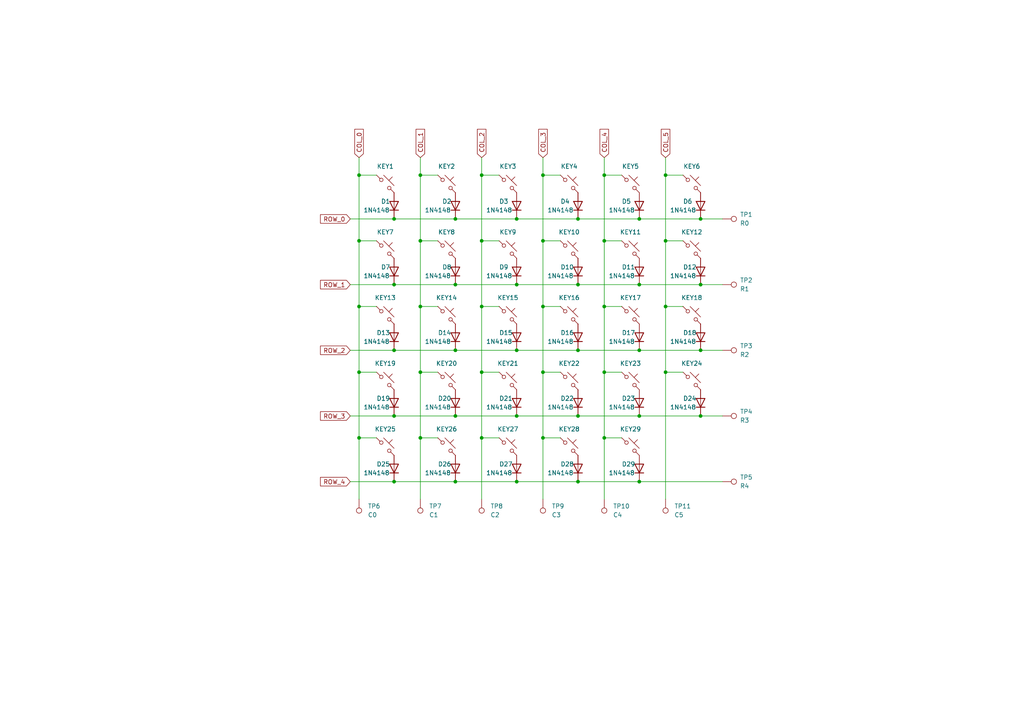
<source format=kicad_sch>
(kicad_sch (version 20250114) (generator "eeschema") (generator_version "9.0")
  (paper "A4")
  (lib_symbols
    (symbol "Connector:TestPoint" (pin_numbers (hide yes)) (pin_names (offset 0.762) (hide yes))
      (property "Reference" "TP" (at 0 6.858 0))
      (property "Value" "TestPoint" (at 0 5.08 0))
      (symbol "TestPoint_0_1"
        (circle (center 0 3.302) (radius 0.762))
      )
      (symbol "TestPoint_1_1"
        (pin passive line (at 0 0 90) (length 2.54) (name "1") (number "1"))
      )
    )
    (symbol "Diode:1N4148" (pin_numbers (hide yes)) (pin_names (offset 1.016) (hide yes))
      (property "Reference" "D" (at 0 2.54 0))
      (property "Value" "1N4148" (at 0 -2.54 0))
      (symbol "1N4148_0_1"
        (polyline (pts (xy -1.27 1.27) (xy -1.27 -1.27)) (stroke (width 0.254)))
        (polyline (pts (xy 1.27 1.27) (xy 1.27 -1.27) (xy -1.27 0) (xy 1.27 1.27)) (stroke (width 0.254)))
        (polyline (pts (xy 1.27 0) (xy -1.27 0)))
      )
      (symbol "1N4148_1_1"
        (pin passive line (at -3.81 0 0) (length 2.54) (name "K") (number "1"))
        (pin passive line (at 3.81 0 180) (length 2.54) (name "A") (number "2"))
      )
    )
    (symbol "Switch:SW_Push_45deg" (pin_numbers (hide yes)) (pin_names (offset 1.016) (hide yes))
      (property "Reference" "SW" (at 3.048 1.016 0))
      (property "Value" "SW_Push_45deg" (at 0 -3.81 0))
      (symbol "SW_Push_45deg_0_1"
        (polyline (pts (xy -2.54 2.54) (xy -1.524 1.524) (xy -1.524 1.524)))
        (circle (center -1.1684 1.1684) (radius 0.508))
        (polyline (pts (xy -0.508 2.54) (xy 2.54 -0.508)))
        (polyline (pts (xy 1.016 1.016) (xy 2.032 2.032)))
        (circle (center 1.143 -1.1938) (radius 0.508))
        (polyline (pts (xy 1.524 -1.524) (xy 2.54 -2.54) (xy 2.54 -2.54) (xy 2.54 -2.54)))
        (pin passive line (at -2.54 2.54 0) (length 0) (name "1") (number "1"))
        (pin passive line (at 2.54 -2.54 180) (length 0) (name "2") (number "2"))
      )
    )
  )
  (junction (at 175.26 69.85))
  (junction (at 121.92 88.9))
  (junction (at 149.86 63.5))
  (junction (at 104.14 50.8))
  (junction (at 132.08 120.65))
  (junction (at 149.86 82.55))
  (junction (at 132.08 101.6))
  (junction (at 132.08 63.5))
  (junction (at 149.86 101.6))
  (junction (at 175.26 50.8))
  (junction (at 104.14 69.85))
  (junction (at 121.92 127))
  (junction (at 132.08 82.55))
  (junction (at 114.3 120.65))
  (junction (at 203.2 120.65))
  (junction (at 193.04 88.9))
  (junction (at 185.42 82.55))
  (junction (at 185.42 101.6))
  (junction (at 167.64 139.7))
  (junction (at 193.04 107.95))
  (junction (at 167.64 63.5))
  (junction (at 114.3 101.6))
  (junction (at 132.08 139.7))
  (junction (at 167.64 120.65))
  (junction (at 157.48 107.95))
  (junction (at 121.92 50.8))
  (junction (at 175.26 107.95))
  (junction (at 139.7 50.8))
  (junction (at 167.64 101.6))
  (junction (at 203.2 82.55))
  (junction (at 193.04 50.8))
  (junction (at 139.7 69.85))
  (junction (at 114.3 139.7))
  (junction (at 175.26 127))
  (junction (at 185.42 139.7))
  (junction (at 104.14 88.9))
  (junction (at 149.86 139.7))
  (junction (at 139.7 127))
  (junction (at 157.48 88.9))
  (junction (at 203.2 63.5))
  (junction (at 139.7 88.9))
  (junction (at 104.14 127))
  (junction (at 149.86 120.65))
  (junction (at 114.3 63.5))
  (junction (at 157.48 69.85))
  (junction (at 104.14 107.95))
  (junction (at 185.42 63.5))
  (junction (at 203.2 101.6))
  (junction (at 121.92 69.85))
  (junction (at 114.3 82.55))
  (junction (at 167.64 82.55))
  (junction (at 121.92 107.95))
  (junction (at 185.42 120.65))
  (junction (at 175.26 88.9))
  (junction (at 157.48 50.8))
  (junction (at 193.04 69.85))
  (junction (at 157.48 127))
  (junction (at 139.7 107.95))
  (wire (pts (xy 104.14 88.9) (xy 104.14 107.95)))
  (wire (pts (xy 193.04 107.95) (xy 198.12 107.95)))
  (wire (pts (xy 121.92 88.9) (xy 127 88.9)))
  (wire (pts (xy 157.48 127) (xy 157.48 144.78)))
  (wire (pts (xy 209.55 101.6) (xy 203.2 101.6)))
  (wire (pts (xy 114.3 120.65) (xy 132.08 120.65)))
  (wire (pts (xy 139.7 127) (xy 144.78 127)))
  (wire (pts (xy 157.48 69.85) (xy 157.48 88.9)))
  (wire (pts (xy 157.48 69.85) (xy 162.56 69.85)))
  (wire (pts (xy 149.86 82.55) (xy 167.64 82.55)))
  (wire (pts (xy 121.92 127) (xy 127 127)))
  (wire (pts (xy 193.04 107.95) (xy 193.04 144.78)))
  (wire (pts (xy 185.42 63.5) (xy 203.2 63.5)))
  (wire (pts (xy 104.14 88.9) (xy 109.22 88.9)))
  (wire (pts (xy 139.7 107.95) (xy 144.78 107.95)))
  (wire (pts (xy 114.3 82.55) (xy 132.08 82.55)))
  (wire (pts (xy 139.7 45.72) (xy 139.7 50.8)))
  (wire (pts (xy 121.92 107.95) (xy 127 107.95)))
  (wire (pts (xy 157.48 50.8) (xy 162.56 50.8)))
  (wire (pts (xy 175.26 45.72) (xy 175.26 50.8)))
  (wire (pts (xy 157.48 88.9) (xy 157.48 107.95)))
  (wire (pts (xy 167.64 120.65) (xy 185.42 120.65)))
  (wire (pts (xy 193.04 69.85) (xy 193.04 88.9)))
  (wire (pts (xy 101.6 139.7) (xy 114.3 139.7)))
  (wire (pts (xy 175.26 88.9) (xy 180.34 88.9)))
  (wire (pts (xy 121.92 127) (xy 121.92 144.78)))
  (wire (pts (xy 101.6 82.55) (xy 114.3 82.55)))
  (wire (pts (xy 101.6 101.6) (xy 114.3 101.6)))
  (wire (pts (xy 193.04 69.85) (xy 198.12 69.85)))
  (wire (pts (xy 193.04 88.9) (xy 193.04 107.95)))
  (wire (pts (xy 185.42 82.55) (xy 203.2 82.55)))
  (wire (pts (xy 149.86 139.7) (xy 167.64 139.7)))
  (wire (pts (xy 175.26 127) (xy 180.34 127)))
  (wire (pts (xy 167.64 101.6) (xy 185.42 101.6)))
  (wire (pts (xy 132.08 120.65) (xy 149.86 120.65)))
  (wire (pts (xy 209.55 63.5) (xy 203.2 63.5)))
  (wire (pts (xy 114.3 63.5) (xy 132.08 63.5)))
  (wire (pts (xy 104.14 69.85) (xy 109.22 69.85)))
  (wire (pts (xy 157.48 107.95) (xy 162.56 107.95)))
  (wire (pts (xy 121.92 69.85) (xy 121.92 88.9)))
  (wire (pts (xy 104.14 107.95) (xy 109.22 107.95)))
  (wire (pts (xy 139.7 69.85) (xy 144.78 69.85)))
  (wire (pts (xy 139.7 50.8) (xy 139.7 69.85)))
  (wire (pts (xy 139.7 88.9) (xy 144.78 88.9)))
  (wire (pts (xy 121.92 45.72) (xy 121.92 50.8)))
  (wire (pts (xy 149.86 101.6) (xy 167.64 101.6)))
  (wire (pts (xy 104.14 50.8) (xy 104.14 69.85)))
  (wire (pts (xy 175.26 107.95) (xy 180.34 107.95)))
  (wire (pts (xy 175.26 88.9) (xy 175.26 107.95)))
  (wire (pts (xy 157.48 45.72) (xy 157.48 50.8)))
  (wire (pts (xy 175.26 107.95) (xy 175.26 127)))
  (wire (pts (xy 104.14 107.95) (xy 104.14 127)))
  (wire (pts (xy 139.7 69.85) (xy 139.7 88.9)))
  (wire (pts (xy 132.08 139.7) (xy 149.86 139.7)))
  (wire (pts (xy 157.48 50.8) (xy 157.48 69.85)))
  (wire (pts (xy 139.7 127) (xy 139.7 144.78)))
  (wire (pts (xy 104.14 45.72) (xy 104.14 50.8)))
  (wire (pts (xy 193.04 50.8) (xy 193.04 69.85)))
  (wire (pts (xy 185.42 120.65) (xy 203.2 120.65)))
  (wire (pts (xy 139.7 88.9) (xy 139.7 107.95)))
  (wire (pts (xy 149.86 63.5) (xy 167.64 63.5)))
  (wire (pts (xy 157.48 88.9) (xy 162.56 88.9)))
  (wire (pts (xy 157.48 107.95) (xy 157.48 127)))
  (wire (pts (xy 149.86 120.65) (xy 167.64 120.65)))
  (wire (pts (xy 132.08 82.55) (xy 149.86 82.55)))
  (wire (pts (xy 132.08 101.6) (xy 149.86 101.6)))
  (wire (pts (xy 175.26 50.8) (xy 175.26 69.85)))
  (wire (pts (xy 114.3 101.6) (xy 132.08 101.6)))
  (wire (pts (xy 121.92 69.85) (xy 127 69.85)))
  (wire (pts (xy 101.6 63.5) (xy 114.3 63.5)))
  (wire (pts (xy 167.64 63.5) (xy 185.42 63.5)))
  (wire (pts (xy 157.48 127) (xy 162.56 127)))
  (wire (pts (xy 167.64 82.55) (xy 185.42 82.55)))
  (wire (pts (xy 121.92 107.95) (xy 121.92 127)))
  (wire (pts (xy 175.26 69.85) (xy 175.26 88.9)))
  (wire (pts (xy 139.7 107.95) (xy 139.7 127)))
  (wire (pts (xy 185.42 139.7) (xy 209.55 139.7)))
  (wire (pts (xy 104.14 50.8) (xy 109.22 50.8)))
  (wire (pts (xy 193.04 88.9) (xy 198.12 88.9)))
  (wire (pts (xy 193.04 45.72) (xy 193.04 50.8)))
  (wire (pts (xy 209.55 82.55) (xy 203.2 82.55)))
  (wire (pts (xy 139.7 50.8) (xy 144.78 50.8)))
  (wire (pts (xy 175.26 69.85) (xy 180.34 69.85)))
  (wire (pts (xy 121.92 50.8) (xy 121.92 69.85)))
  (wire (pts (xy 175.26 50.8) (xy 180.34 50.8)))
  (wire (pts (xy 101.6 120.65) (xy 114.3 120.65)))
  (wire (pts (xy 167.64 139.7) (xy 185.42 139.7)))
  (wire (pts (xy 209.55 120.65) (xy 203.2 120.65)))
  (wire (pts (xy 193.04 50.8) (xy 198.12 50.8)))
  (wire (pts (xy 104.14 127) (xy 109.22 127)))
  (wire (pts (xy 175.26 127) (xy 175.26 144.78)))
  (wire (pts (xy 104.14 69.85) (xy 104.14 88.9)))
  (wire (pts (xy 114.3 139.7) (xy 132.08 139.7)))
  (wire (pts (xy 104.14 127) (xy 104.14 144.78)))
  (wire (pts (xy 121.92 88.9) (xy 121.92 107.95)))
  (wire (pts (xy 121.92 50.8) (xy 127 50.8)))
  (wire (pts (xy 185.42 101.6) (xy 203.2 101.6)))
  (wire (pts (xy 132.08 63.5) (xy 149.86 63.5)))
  (global_label "COL_0" (shape input) (at 104.14 45.72 90) (property "Intersheetrefs" "${INTERSHEET_REFS}" (effects (hide yes))))
  (global_label "ROW_4" (shape input) (at 101.6 139.7 180) (property "Intersheetrefs" "${INTERSHEET_REFS}" (effects (hide yes))))
  (global_label "ROW_3" (shape input) (at 101.6 120.65 180) (property "Intersheetrefs" "${INTERSHEET_REFS}" (effects (hide yes))))
  (global_label "ROW_2" (shape input) (at 101.6 101.6 180) (property "Intersheetrefs" "${INTERSHEET_REFS}" (effects (hide yes))))
  (global_label "COL_1" (shape input) (at 121.92 45.72 90) (property "Intersheetrefs" "${INTERSHEET_REFS}" (effects (hide yes))))
  (global_label "COL_2" (shape input) (at 139.7 45.72 90) (property "Intersheetrefs" "${INTERSHEET_REFS}" (effects (hide yes))))
  (global_label "COL_5" (shape input) (at 193.04 45.72 90) (property "Intersheetrefs" "${INTERSHEET_REFS}" (effects (hide yes))))
  (global_label "ROW_1" (shape input) (at 101.6 82.55 180) (property "Intersheetrefs" "${INTERSHEET_REFS}" (effects (hide yes))))
  (global_label "COL_3" (shape input) (at 157.48 45.72 90) (property "Intersheetrefs" "${INTERSHEET_REFS}" (effects (hide yes))))
  (global_label "ROW_0" (shape input) (at 101.6 63.5 180) (property "Intersheetrefs" "${INTERSHEET_REFS}" (effects (hide yes))))
  (global_label "COL_4" (shape input) (at 175.26 45.72 90) (property "Intersheetrefs" "${INTERSHEET_REFS}" (effects (hide yes))))
  (symbol (lib_id "Diode:1N4148") (at 167.64 59.69 90) (unit 1)
    (property "Reference" "D4" (at 162.56 58.42 90) (effects (justify right)))
    (property "Value" "1N4148" (at 158.75 60.96 90) (effects (justify right)))
    (property "Footprint" "Diode_SMD:D_SOD-123" (effects (hide yes)))
    (property "Datasheet" "https://assets.nexperia.com/documents/data-sheet/1N4148_1N4448.pdf" (effects (hide yes)))
    (property "MFR. Part #" "1N4148W" (effects (hide yes)))
    (property "JLCPCB Part #" "C81598" (effects (hide yes)))
  )
  (symbol (lib_id "Connector:TestPoint") (at 209.55 101.6 270) (unit 1) (in_bom no)
    (property "Reference" "TP3" (at 214.63 100.3299 90) (effects (justify left)))
    (property "Value" "R2" (at 214.63 102.8699 90) (effects (justify left)))
    (property "Footprint" "TestPoint:TestPoint_Pad_D1.5mm" (effects (hide yes)))
    (property "Description" "test point" (effects (hide yes)))
    (property "MFR. Part #" "--" (effects (hide yes)))
  )
  (symbol (lib_id "Connector:TestPoint") (at 209.55 63.5 270) (unit 1) (in_bom no)
    (property "Reference" "TP1" (at 214.63 62.2299 90) (effects (justify left)))
    (property "Value" "R0" (at 214.63 64.7699 90) (effects (justify left)))
    (property "Footprint" "TestPoint:TestPoint_Pad_D1.5mm" (effects (hide yes)))
    (property "Description" "test point" (effects (hide yes)))
    (property "MFR. Part #" "--" (effects (hide yes)))
  )
  (symbol (lib_id "Diode:1N4148") (at 167.64 116.84 90) (unit 1)
    (property "Reference" "D22" (at 162.56 115.57 90) (effects (justify right)))
    (property "Value" "1N4148" (at 158.75 118.11 90) (effects (justify right)))
    (property "Footprint" "Diode_SMD:D_SOD-123" (effects (hide yes)))
    (property "Datasheet" "https://assets.nexperia.com/documents/data-sheet/1N4148_1N4448.pdf" (effects (hide yes)))
    (property "MFR. Part #" "1N4148W" (effects (hide yes)))
    (property "JLCPCB Part #" "C81598" (effects (hide yes)))
  )
  (symbol (lib_id "Switch:SW_Push_45deg") (at 200.66 91.44 0) (unit 1)
    (property "Reference" "KEY18" (at 200.66 86.36 0))
    (property "Value" "SW_Push_45deg" (effects (hide yes)))
    (property "Footprint" "key-switches:SW_MX_Kailh_Choc_V1V2_HotSwap_Hybrid_double" (effects (hide yes)))
    (property "MFR. Part #" "--" (effects (hide yes)))
  )
  (symbol (lib_id "Diode:1N4148") (at 203.2 116.84 90) (unit 1)
    (property "Reference" "D24" (at 198.12 115.57 90) (effects (justify right)))
    (property "Value" "1N4148" (at 194.31 118.11 90) (effects (justify right)))
    (property "Footprint" "Diode_SMD:D_SOD-123" (effects (hide yes)))
    (property "Datasheet" "https://assets.nexperia.com/documents/data-sheet/1N4148_1N4448.pdf" (effects (hide yes)))
    (property "MFR. Part #" "1N4148W" (effects (hide yes)))
    (property "JLCPCB Part #" "C81598" (effects (hide yes)))
  )
  (symbol (lib_id "Switch:SW_Push_45deg") (at 111.76 129.54 0) (unit 1)
    (property "Reference" "KEY25" (at 111.76 124.46 0))
    (property "Value" "SW_Push_45deg" (effects (hide yes)))
    (property "Footprint" "key-switches:SW_MX_Kailh_Choc_V1V2_HotSwap_Hybrid_double" (effects (hide yes)))
    (property "MFR. Part #" "--" (effects (hide yes)))
  )
  (symbol (lib_id "Switch:SW_Push_45deg") (at 165.1 91.44 0) (unit 1)
    (property "Reference" "KEY16" (at 165.1 86.36 0))
    (property "Value" "SW_Push_45deg" (effects (hide yes)))
    (property "Footprint" "key-switches:SW_MX_Kailh_Choc_V1V2_HotSwap_Hybrid_double" (effects (hide yes)))
    (property "MFR. Part #" "--" (effects (hide yes)))
  )
  (symbol (lib_id "Connector:TestPoint") (at 157.48 144.78 180) (unit 1) (in_bom no)
    (property "Reference" "TP9" (at 160.02 146.8119 0) (effects (justify right)))
    (property "Value" "C3" (at 160.02 149.3519 0) (effects (justify right)))
    (property "Footprint" "TestPoint:TestPoint_Pad_D1.5mm" (effects (hide yes)))
    (property "Description" "test point" (effects (hide yes)))
    (property "MFR. Part #" "--" (effects (hide yes)))
  )
  (symbol (lib_id "Diode:1N4148") (at 149.86 97.79 90) (unit 1)
    (property "Reference" "D15" (at 144.78 96.52 90) (effects (justify right)))
    (property "Value" "1N4148" (at 140.97 99.06 90) (effects (justify right)))
    (property "Footprint" "Diode_SMD:D_SOD-123" (effects (hide yes)))
    (property "Datasheet" "https://assets.nexperia.com/documents/data-sheet/1N4148_1N4448.pdf" (effects (hide yes)))
    (property "MFR. Part #" "1N4148W" (effects (hide yes)))
    (property "JLCPCB Part #" "C81598" (effects (hide yes)))
  )
  (symbol (lib_id "Connector:TestPoint") (at 209.55 82.55 270) (unit 1) (in_bom no)
    (property "Reference" "TP2" (at 214.63 81.2799 90) (effects (justify left)))
    (property "Value" "R1" (at 214.63 83.8199 90) (effects (justify left)))
    (property "Footprint" "TestPoint:TestPoint_Pad_D1.5mm" (effects (hide yes)))
    (property "Description" "test point" (effects (hide yes)))
    (property "MFR. Part #" "--" (effects (hide yes)))
  )
  (symbol (lib_id "Switch:SW_Push_45deg") (at 182.88 110.49 0) (unit 1)
    (property "Reference" "KEY23" (at 182.88 105.41 0))
    (property "Value" "SW_Push_45deg" (effects (hide yes)))
    (property "Footprint" "key-switches:SW_MX_Kailh_Choc_V1V2_HotSwap_Hybrid_double" (effects (hide yes)))
    (property "MFR. Part #" "--" (effects (hide yes)))
  )
  (symbol (lib_id "Connector:TestPoint") (at 139.7 144.78 180) (unit 1) (in_bom no)
    (property "Reference" "TP8" (at 142.24 146.8119 0) (effects (justify right)))
    (property "Value" "C2" (at 142.24 149.3519 0) (effects (justify right)))
    (property "Footprint" "TestPoint:TestPoint_Pad_D1.5mm" (effects (hide yes)))
    (property "Description" "test point" (effects (hide yes)))
    (property "MFR. Part #" "--" (effects (hide yes)))
  )
  (symbol (lib_id "Diode:1N4148") (at 167.64 97.79 90) (unit 1)
    (property "Reference" "D16" (at 162.56 96.52 90) (effects (justify right)))
    (property "Value" "1N4148" (at 158.75 99.06 90) (effects (justify right)))
    (property "Footprint" "Diode_SMD:D_SOD-123" (effects (hide yes)))
    (property "Datasheet" "https://assets.nexperia.com/documents/data-sheet/1N4148_1N4448.pdf" (effects (hide yes)))
    (property "MFR. Part #" "1N4148W" (effects (hide yes)))
    (property "JLCPCB Part #" "C81598" (effects (hide yes)))
  )
  (symbol (lib_id "Switch:SW_Push_45deg") (at 147.32 110.49 0) (unit 1)
    (property "Reference" "KEY21" (at 147.32 105.41 0))
    (property "Value" "SW_Push_45deg" (effects (hide yes)))
    (property "Footprint" "key-switches:SW_MX_Kailh_Choc_V1V2_HotSwap_Hybrid_double" (effects (hide yes)))
    (property "MFR. Part #" "--" (effects (hide yes)))
  )
  (symbol (lib_id "Switch:SW_Push_45deg") (at 111.76 91.44 0) (unit 1)
    (property "Reference" "KEY13" (at 111.76 86.36 0))
    (property "Value" "SW_Push_45deg" (effects (hide yes)))
    (property "Footprint" "key-switches:SW_MX_Kailh_Choc_V1V2_HotSwap_Hybrid_double" (effects (hide yes)))
    (property "MFR. Part #" "--" (effects (hide yes)))
  )
  (symbol (lib_id "Diode:1N4148") (at 185.42 116.84 90) (unit 1)
    (property "Reference" "D23" (at 180.34 115.57 90) (effects (justify right)))
    (property "Value" "1N4148" (at 176.53 118.11 90) (effects (justify right)))
    (property "Footprint" "Diode_SMD:D_SOD-123" (effects (hide yes)))
    (property "Datasheet" "https://assets.nexperia.com/documents/data-sheet/1N4148_1N4448.pdf" (effects (hide yes)))
    (property "MFR. Part #" "1N4148W" (effects (hide yes)))
    (property "JLCPCB Part #" "C81598" (effects (hide yes)))
  )
  (symbol (lib_id "Diode:1N4148") (at 167.64 78.74 90) (unit 1)
    (property "Reference" "D10" (at 162.56 77.47 90) (effects (justify right)))
    (property "Value" "1N4148" (at 158.75 80.01 90) (effects (justify right)))
    (property "Footprint" "Diode_SMD:D_SOD-123" (effects (hide yes)))
    (property "Datasheet" "https://assets.nexperia.com/documents/data-sheet/1N4148_1N4448.pdf" (effects (hide yes)))
    (property "MFR. Part #" "1N4148W" (effects (hide yes)))
    (property "JLCPCB Part #" "C81598" (effects (hide yes)))
  )
  (symbol (lib_id "Switch:SW_Push_45deg") (at 147.32 129.54 0) (unit 1)
    (property "Reference" "KEY27" (at 147.32 124.46 0))
    (property "Value" "SW_Push_45deg" (effects (hide yes)))
    (property "Footprint" "key-switches:SW_MX_Kailh_Choc_V1V2_HotSwap_Hybrid_double" (effects (hide yes)))
    (property "MFR. Part #" "--" (effects (hide yes)))
  )
  (symbol (lib_id "Switch:SW_Push_45deg") (at 147.32 72.39 0) (unit 1)
    (property "Reference" "KEY9" (at 147.32 67.31 0))
    (property "Value" "SW_Push_45deg" (effects (hide yes)))
    (property "Footprint" "key-switches:SW_MX_Kailh_Choc_V1V2_HotSwap_Hybrid_double" (effects (hide yes)))
    (property "MFR. Part #" "--" (effects (hide yes)))
  )
  (symbol (lib_id "Connector:TestPoint") (at 104.14 144.78 180) (unit 1) (in_bom no)
    (property "Reference" "TP6" (at 106.68 146.8119 0) (effects (justify right)))
    (property "Value" "C0" (at 106.68 149.3519 0) (effects (justify right)))
    (property "Footprint" "TestPoint:TestPoint_Pad_D1.5mm" (effects (hide yes)))
    (property "Description" "test point" (effects (hide yes)))
    (property "MFR. Part #" "--" (effects (hide yes)))
  )
  (symbol (lib_id "Diode:1N4148") (at 149.86 59.69 90) (unit 1)
    (property "Reference" "D3" (at 144.78 58.42 90) (effects (justify right)))
    (property "Value" "1N4148" (at 140.97 60.96 90) (effects (justify right)))
    (property "Footprint" "Diode_SMD:D_SOD-123" (effects (hide yes)))
    (property "Datasheet" "https://assets.nexperia.com/documents/data-sheet/1N4148_1N4448.pdf" (effects (hide yes)))
    (property "MFR. Part #" "1N4148W" (effects (hide yes)))
    (property "JLCPCB Part #" "C81598" (effects (hide yes)))
  )
  (symbol (lib_id "Diode:1N4148") (at 114.3 135.89 90) (unit 1)
    (property "Reference" "D25" (at 109.22 134.62 90) (effects (justify right)))
    (property "Value" "1N4148" (at 105.41 137.16 90) (effects (justify right)))
    (property "Footprint" "Diode_SMD:D_SOD-123" (effects (hide yes)))
    (property "Datasheet" "https://assets.nexperia.com/documents/data-sheet/1N4148_1N4448.pdf" (effects (hide yes)))
    (property "MFR. Part #" "1N4148W" (effects (hide yes)))
    (property "JLCPCB Part #" "C81598" (effects (hide yes)))
  )
  (symbol (lib_id "Diode:1N4148") (at 203.2 59.69 90) (unit 1)
    (property "Reference" "D6" (at 198.12 58.42 90) (effects (justify right)))
    (property "Value" "1N4148" (at 194.31 60.96 90) (effects (justify right)))
    (property "Footprint" "Diode_SMD:D_SOD-123" (effects (hide yes)))
    (property "Datasheet" "https://assets.nexperia.com/documents/data-sheet/1N4148_1N4448.pdf" (effects (hide yes)))
    (property "MFR. Part #" "1N4148W" (effects (hide yes)))
    (property "JLCPCB Part #" "C81598" (effects (hide yes)))
  )
  (symbol (lib_id "Switch:SW_Push_45deg") (at 111.76 110.49 0) (unit 1)
    (property "Reference" "KEY19" (at 111.76 105.41 0))
    (property "Value" "SW_Push_45deg" (effects (hide yes)))
    (property "Footprint" "key-switches:SW_MX_Kailh_Choc_V1V2_HotSwap_Hybrid_double" (effects (hide yes)))
    (property "MFR. Part #" "--" (effects (hide yes)))
  )
  (symbol (lib_id "Diode:1N4148") (at 185.42 59.69 90) (unit 1)
    (property "Reference" "D5" (at 180.34 58.42 90) (effects (justify right)))
    (property "Value" "1N4148" (at 176.53 60.96 90) (effects (justify right)))
    (property "Footprint" "Diode_SMD:D_SOD-123" (effects (hide yes)))
    (property "Datasheet" "https://assets.nexperia.com/documents/data-sheet/1N4148_1N4448.pdf" (effects (hide yes)))
    (property "MFR. Part #" "1N4148W" (effects (hide yes)))
    (property "JLCPCB Part #" "C81598" (effects (hide yes)))
  )
  (symbol (lib_id "Switch:SW_Push_45deg") (at 165.1 110.49 0) (unit 1)
    (property "Reference" "KEY22" (at 165.1 105.41 0))
    (property "Value" "SW_Push_45deg" (effects (hide yes)))
    (property "Footprint" "key-switches:SW_MX_Kailh_Choc_V1V2_HotSwap_Hybrid_double" (effects (hide yes)))
    (property "MFR. Part #" "--" (effects (hide yes)))
  )
  (symbol (lib_id "Diode:1N4148") (at 114.3 97.79 90) (unit 1)
    (property "Reference" "D13" (at 109.22 96.52 90) (effects (justify right)))
    (property "Value" "1N4148" (at 105.41 99.06 90) (effects (justify right)))
    (property "Footprint" "Diode_SMD:D_SOD-123" (effects (hide yes)))
    (property "Datasheet" "https://assets.nexperia.com/documents/data-sheet/1N4148_1N4448.pdf" (effects (hide yes)))
    (property "MFR. Part #" "1N4148W" (effects (hide yes)))
    (property "JLCPCB Part #" "C81598" (effects (hide yes)))
  )
  (symbol (lib_id "Switch:SW_Push_45deg") (at 147.32 53.34 0) (unit 1)
    (property "Reference" "KEY3" (at 147.32 48.26 0))
    (property "Value" "SW_Push_45deg" (effects (hide yes)))
    (property "Footprint" "key-switches:SW_MX_Kailh_Choc_V1V2_HotSwap_Hybrid_double" (effects (hide yes)))
    (property "MFR. Part #" "--" (effects (hide yes)))
  )
  (symbol (lib_id "Diode:1N4148") (at 114.3 78.74 90) (unit 1)
    (property "Reference" "D7" (at 110.49 77.47 90) (effects (justify right)))
    (property "Value" "1N4148" (at 105.41 80.01 90) (effects (justify right)))
    (property "Footprint" "Diode_SMD:D_SOD-123" (effects (hide yes)))
    (property "Datasheet" "https://assets.nexperia.com/documents/data-sheet/1N4148_1N4448.pdf" (effects (hide yes)))
    (property "MFR. Part #" "1N4148W" (effects (hide yes)))
    (property "JLCPCB Part #" "C81598" (effects (hide yes)))
  )
  (symbol (lib_id "Diode:1N4148") (at 149.86 135.89 90) (unit 1)
    (property "Reference" "D27" (at 144.78 134.62 90) (effects (justify right)))
    (property "Value" "1N4148" (at 140.97 137.16 90) (effects (justify right)))
    (property "Footprint" "Diode_SMD:D_SOD-123" (effects (hide yes)))
    (property "Datasheet" "https://assets.nexperia.com/documents/data-sheet/1N4148_1N4448.pdf" (effects (hide yes)))
    (property "MFR. Part #" "1N4148W" (effects (hide yes)))
    (property "JLCPCB Part #" "C81598" (effects (hide yes)))
  )
  (symbol (lib_id "Switch:SW_Push_45deg") (at 182.88 129.54 0) (unit 1)
    (property "Reference" "KEY29" (at 182.88 124.46 0))
    (property "Value" "SW_Push_45deg" (effects (hide yes)))
    (property "Footprint" "key-switches:SW_MX_Kailh_Choc_V1V2_HotSwap_Hybrid_double" (effects (hide yes)))
    (property "MFR. Part #" "--" (effects (hide yes)))
  )
  (symbol (lib_id "Switch:SW_Push_45deg") (at 182.88 72.39 0) (unit 1)
    (property "Reference" "KEY11" (at 182.88 67.31 0))
    (property "Value" "SW_Push_45deg" (effects (hide yes)))
    (property "Footprint" "key-switches:SW_MX_Kailh_Choc_V1V2_HotSwap_Hybrid_double" (effects (hide yes)))
    (property "MFR. Part #" "--" (effects (hide yes)))
  )
  (symbol (lib_id "Diode:1N4148") (at 132.08 59.69 90) (unit 1)
    (property "Reference" "D2" (at 128.27 58.42 90) (effects (justify right)))
    (property "Value" "1N4148" (at 123.19 60.96 90) (effects (justify right)))
    (property "Footprint" "Diode_SMD:D_SOD-123" (effects (hide yes)))
    (property "Datasheet" "https://assets.nexperia.com/documents/data-sheet/1N4148_1N4448.pdf" (effects (hide yes)))
    (property "MFR. Part #" "1N4148W" (effects (hide yes)))
    (property "JLCPCB Part #" "C81598" (effects (hide yes)))
  )
  (symbol (lib_id "Switch:SW_Push_45deg") (at 147.32 91.44 0) (unit 1)
    (property "Reference" "KEY15" (at 147.32 86.36 0))
    (property "Value" "SW_Push_45deg" (effects (hide yes)))
    (property "Footprint" "key-switches:SW_MX_Kailh_Choc_V1V2_HotSwap_Hybrid_double" (effects (hide yes)))
    (property "MFR. Part #" "--" (effects (hide yes)))
  )
  (symbol (lib_id "Diode:1N4148") (at 203.2 97.79 90) (unit 1)
    (property "Reference" "D18" (at 198.12 96.52 90) (effects (justify right)))
    (property "Value" "1N4148" (at 194.31 99.06 90) (effects (justify right)))
    (property "Footprint" "Diode_SMD:D_SOD-123" (effects (hide yes)))
    (property "Datasheet" "https://assets.nexperia.com/documents/data-sheet/1N4148_1N4448.pdf" (effects (hide yes)))
    (property "MFR. Part #" "1N4148W" (effects (hide yes)))
    (property "JLCPCB Part #" "C81598" (effects (hide yes)))
  )
  (symbol (lib_id "Diode:1N4148") (at 132.08 97.79 90) (unit 1)
    (property "Reference" "D14" (at 127 96.52 90) (effects (justify right)))
    (property "Value" "1N4148" (at 123.19 99.06 90) (effects (justify right)))
    (property "Footprint" "Diode_SMD:D_SOD-123" (effects (hide yes)))
    (property "Datasheet" "https://assets.nexperia.com/documents/data-sheet/1N4148_1N4448.pdf" (effects (hide yes)))
    (property "MFR. Part #" "1N4148W" (effects (hide yes)))
    (property "JLCPCB Part #" "C81598" (effects (hide yes)))
  )
  (symbol (lib_id "Switch:SW_Push_45deg") (at 111.76 72.39 0) (unit 1)
    (property "Reference" "KEY7" (at 111.76 67.31 0))
    (property "Value" "SW_Push_45deg" (effects (hide yes)))
    (property "Footprint" "key-switches:SW_MX_Kailh_Choc_V1V2_HotSwap_Hybrid_double" (effects (hide yes)))
    (property "MFR. Part #" "--" (effects (hide yes)))
  )
  (symbol (lib_id "Connector:TestPoint") (at 209.55 139.7 270) (unit 1) (in_bom no)
    (property "Reference" "TP5" (at 214.63 138.4299 90) (effects (justify left)))
    (property "Value" "R4" (at 214.63 140.9699 90) (effects (justify left)))
    (property "Footprint" "TestPoint:TestPoint_Pad_D1.5mm" (effects (hide yes)))
    (property "Description" "test point" (effects (hide yes)))
    (property "MFR. Part #" "--" (effects (hide yes)))
  )
  (symbol (lib_id "Switch:SW_Push_45deg") (at 165.1 53.34 0) (unit 1)
    (property "Reference" "KEY4" (at 165.1 48.26 0))
    (property "Value" "SW_Push_45deg" (effects (hide yes)))
    (property "Footprint" "key-switches:SW_MX_Kailh_Choc_V1V2_HotSwap_Hybrid_double" (effects (hide yes)))
    (property "MFR. Part #" "--" (effects (hide yes)))
  )
  (symbol (lib_id "Diode:1N4148") (at 167.64 135.89 90) (unit 1)
    (property "Reference" "D28" (at 162.56 134.62 90) (effects (justify right)))
    (property "Value" "1N4148" (at 158.75 137.16 90) (effects (justify right)))
    (property "Footprint" "Diode_SMD:D_SOD-123" (effects (hide yes)))
    (property "Datasheet" "https://assets.nexperia.com/documents/data-sheet/1N4148_1N4448.pdf" (effects (hide yes)))
    (property "MFR. Part #" "1N4148W" (effects (hide yes)))
    (property "JLCPCB Part #" "C81598" (effects (hide yes)))
  )
  (symbol (lib_id "Diode:1N4148") (at 132.08 78.74 90) (unit 1)
    (property "Reference" "D8" (at 128.27 77.47 90) (effects (justify right)))
    (property "Value" "1N4148" (at 123.19 80.01 90) (effects (justify right)))
    (property "Footprint" "Diode_SMD:D_SOD-123" (effects (hide yes)))
    (property "Datasheet" "https://assets.nexperia.com/documents/data-sheet/1N4148_1N4448.pdf" (effects (hide yes)))
    (property "MFR. Part #" "1N4148W" (effects (hide yes)))
    (property "JLCPCB Part #" "C81598" (effects (hide yes)))
  )
  (symbol (lib_id "Switch:SW_Push_45deg") (at 129.54 91.44 0) (unit 1)
    (property "Reference" "KEY14" (at 129.54 86.36 0))
    (property "Value" "SW_Push_45deg" (effects (hide yes)))
    (property "Footprint" "key-switches:SW_MX_Kailh_Choc_V1V2_HotSwap_Hybrid_double" (effects (hide yes)))
    (property "MFR. Part #" "--" (effects (hide yes)))
  )
  (symbol (lib_id "Switch:SW_Push_45deg") (at 200.66 110.49 0) (unit 1)
    (property "Reference" "KEY24" (at 200.66 105.41 0))
    (property "Value" "SW_Push_45deg" (effects (hide yes)))
    (property "Footprint" "key-switches:SW_MX_Kailh_Choc_V1V2_HotSwap_Hybrid_double" (effects (hide yes)))
    (property "MFR. Part #" "--" (effects (hide yes)))
  )
  (symbol (lib_id "Switch:SW_Push_45deg") (at 200.66 72.39 0) (unit 1)
    (property "Reference" "KEY12" (at 200.66 67.31 0))
    (property "Value" "SW_Push_45deg" (effects (hide yes)))
    (property "Footprint" "key-switches:SW_MX_Kailh_Choc_V1V2_HotSwap_Hybrid_double" (effects (hide yes)))
    (property "MFR. Part #" "--" (effects (hide yes)))
  )
  (symbol (lib_id "Switch:SW_Push_45deg") (at 111.76 53.34 0) (unit 1)
    (property "Reference" "KEY1" (at 111.76 48.26 0))
    (property "Value" "SW_Push_45deg" (effects (hide yes)))
    (property "Footprint" "key-switches:SW_MX_Kailh_Choc_V1V2_HotSwap_Hybrid_double" (effects (hide yes)))
    (property "MFR. Part #" "--" (effects (hide yes)))
  )
  (symbol (lib_id "Connector:TestPoint") (at 175.26 144.78 180) (unit 1) (in_bom no)
    (property "Reference" "TP10" (at 177.8 146.8119 0) (effects (justify right)))
    (property "Value" "C4" (at 177.8 149.3519 0) (effects (justify right)))
    (property "Footprint" "TestPoint:TestPoint_Pad_D1.5mm" (effects (hide yes)))
    (property "Description" "test point" (effects (hide yes)))
    (property "MFR. Part #" "--" (effects (hide yes)))
  )
  (symbol (lib_id "Connector:TestPoint") (at 193.04 144.78 180) (unit 1) (in_bom no)
    (property "Reference" "TP11" (at 195.58 146.8119 0) (effects (justify right)))
    (property "Value" "C5" (at 195.58 149.3519 0) (effects (justify right)))
    (property "Footprint" "TestPoint:TestPoint_Pad_D1.5mm" (effects (hide yes)))
    (property "Description" "test point" (effects (hide yes)))
    (property "MFR. Part #" "--" (effects (hide yes)))
  )
  (symbol (lib_id "Diode:1N4148") (at 149.86 78.74 90) (unit 1)
    (property "Reference" "D9" (at 144.78 77.47 90) (effects (justify right)))
    (property "Value" "1N4148" (at 140.97 80.01 90) (effects (justify right)))
    (property "Footprint" "Diode_SMD:D_SOD-123" (effects (hide yes)))
    (property "Datasheet" "https://assets.nexperia.com/documents/data-sheet/1N4148_1N4448.pdf" (effects (hide yes)))
    (property "MFR. Part #" "1N4148W" (effects (hide yes)))
    (property "JLCPCB Part #" "C81598" (effects (hide yes)))
  )
  (symbol (lib_id "Connector:TestPoint") (at 209.55 120.65 270) (unit 1) (in_bom no)
    (property "Reference" "TP4" (at 214.63 119.3799 90) (effects (justify left)))
    (property "Value" "R3" (at 214.63 121.9199 90) (effects (justify left)))
    (property "Footprint" "TestPoint:TestPoint_Pad_D1.5mm" (effects (hide yes)))
    (property "Description" "test point" (effects (hide yes)))
    (property "MFR. Part #" "--" (effects (hide yes)))
  )
  (symbol (lib_id "Diode:1N4148") (at 203.2 78.74 90) (unit 1)
    (property "Reference" "D12" (at 198.12 77.47 90) (effects (justify right)))
    (property "Value" "1N4148" (at 194.31 80.01 90) (effects (justify right)))
    (property "Footprint" "Diode_SMD:D_SOD-123" (effects (hide yes)))
    (property "Datasheet" "https://assets.nexperia.com/documents/data-sheet/1N4148_1N4448.pdf" (effects (hide yes)))
    (property "MFR. Part #" "1N4148W" (effects (hide yes)))
    (property "JLCPCB Part #" "C81598" (effects (hide yes)))
  )
  (symbol (lib_id "Connector:TestPoint") (at 121.92 144.78 180) (unit 1) (in_bom no)
    (property "Reference" "TP7" (at 124.46 146.8119 0) (effects (justify right)))
    (property "Value" "C1" (at 124.46 149.3519 0) (effects (justify right)))
    (property "Footprint" "TestPoint:TestPoint_Pad_D1.5mm" (effects (hide yes)))
    (property "Description" "test point" (effects (hide yes)))
    (property "MFR. Part #" "--" (effects (hide yes)))
  )
  (symbol (lib_id "Diode:1N4148") (at 185.42 135.89 90) (unit 1)
    (property "Reference" "D29" (at 180.34 134.62 90) (effects (justify right)))
    (property "Value" "1N4148" (at 176.53 137.16 90) (effects (justify right)))
    (property "Footprint" "Diode_SMD:D_SOD-123" (effects (hide yes)))
    (property "Datasheet" "https://assets.nexperia.com/documents/data-sheet/1N4148_1N4448.pdf" (effects (hide yes)))
    (property "MFR. Part #" "1N4148W" (effects (hide yes)))
    (property "JLCPCB Part #" "C81598" (effects (hide yes)))
  )
  (symbol (lib_id "Diode:1N4148") (at 185.42 97.79 90) (unit 1)
    (property "Reference" "D17" (at 180.34 96.52 90) (effects (justify right)))
    (property "Value" "1N4148" (at 176.53 99.06 90) (effects (justify right)))
    (property "Footprint" "Diode_SMD:D_SOD-123" (effects (hide yes)))
    (property "Datasheet" "https://assets.nexperia.com/documents/data-sheet/1N4148_1N4448.pdf" (effects (hide yes)))
    (property "MFR. Part #" "1N4148W" (effects (hide yes)))
    (property "JLCPCB Part #" "C81598" (effects (hide yes)))
  )
  (symbol (lib_id "Switch:SW_Push_45deg") (at 165.1 72.39 0) (unit 1)
    (property "Reference" "KEY10" (at 165.1 67.31 0))
    (property "Value" "SW_Push_45deg" (effects (hide yes)))
    (property "Footprint" "key-switches:SW_MX_Kailh_Choc_V1V2_HotSwap_Hybrid_double" (effects (hide yes)))
    (property "MFR. Part #" "--" (effects (hide yes)))
  )
  (symbol (lib_id "Switch:SW_Push_45deg") (at 129.54 72.39 0) (unit 1)
    (property "Reference" "KEY8" (at 129.54 67.31 0))
    (property "Value" "SW_Push_45deg" (effects (hide yes)))
    (property "Footprint" "key-switches:SW_MX_Kailh_Choc_V1V2_HotSwap_Hybrid_double" (effects (hide yes)))
    (property "MFR. Part #" "--" (effects (hide yes)))
  )
  (symbol (lib_id "Switch:SW_Push_45deg") (at 182.88 91.44 0) (unit 1)
    (property "Reference" "KEY17" (at 182.88 86.36 0))
    (property "Value" "SW_Push_45deg" (effects (hide yes)))
    (property "Footprint" "key-switches:SW_MX_Kailh_Choc_V1V2_HotSwap_Hybrid_double" (effects (hide yes)))
    (property "MFR. Part #" "--" (effects (hide yes)))
  )
  (symbol (lib_id "Diode:1N4148") (at 114.3 116.84 90) (unit 1)
    (property "Reference" "D19" (at 109.22 115.57 90) (effects (justify right)))
    (property "Value" "1N4148" (at 105.41 118.11 90) (effects (justify right)))
    (property "Footprint" "Diode_SMD:D_SOD-123" (effects (hide yes)))
    (property "Datasheet" "https://assets.nexperia.com/documents/data-sheet/1N4148_1N4448.pdf" (effects (hide yes)))
    (property "MFR. Part #" "1N4148W" (effects (hide yes)))
    (property "JLCPCB Part #" "C81598" (effects (hide yes)))
  )
  (symbol (lib_id "Switch:SW_Push_45deg") (at 129.54 110.49 0) (unit 1)
    (property "Reference" "KEY20" (at 129.54 105.41 0))
    (property "Value" "SW_Push_45deg" (effects (hide yes)))
    (property "Footprint" "key-switches:SW_MX_Kailh_Choc_V1V2_HotSwap_Hybrid_double" (effects (hide yes)))
    (property "MFR. Part #" "--" (effects (hide yes)))
  )
  (symbol (lib_id "Diode:1N4148") (at 132.08 135.89 90) (unit 1)
    (property "Reference" "D26" (at 127 134.62 90) (effects (justify right)))
    (property "Value" "1N4148" (at 123.19 137.16 90) (effects (justify right)))
    (property "Footprint" "Diode_SMD:D_SOD-123" (effects (hide yes)))
    (property "Datasheet" "https://assets.nexperia.com/documents/data-sheet/1N4148_1N4448.pdf" (effects (hide yes)))
    (property "MFR. Part #" "1N4148W" (effects (hide yes)))
    (property "JLCPCB Part #" "C81598" (effects (hide yes)))
  )
  (symbol (lib_id "Diode:1N4148") (at 185.42 78.74 90) (unit 1)
    (property "Reference" "D11" (at 180.34 77.47 90) (effects (justify right)))
    (property "Value" "1N4148" (at 176.53 80.01 90) (effects (justify right)))
    (property "Footprint" "Diode_SMD:D_SOD-123" (effects (hide yes)))
    (property "Datasheet" "https://assets.nexperia.com/documents/data-sheet/1N4148_1N4448.pdf" (effects (hide yes)))
    (property "MFR. Part #" "1N4148W" (effects (hide yes)))
    (property "JLCPCB Part #" "C81598" (effects (hide yes)))
  )
  (symbol (lib_id "Diode:1N4148") (at 132.08 116.84 90) (unit 1)
    (property "Reference" "D20" (at 127 115.57 90) (effects (justify right)))
    (property "Value" "1N4148" (at 123.19 118.11 90) (effects (justify right)))
    (property "Footprint" "Diode_SMD:D_SOD-123" (effects (hide yes)))
    (property "Datasheet" "https://assets.nexperia.com/documents/data-sheet/1N4148_1N4448.pdf" (effects (hide yes)))
    (property "MFR. Part #" "1N4148W" (effects (hide yes)))
    (property "JLCPCB Part #" "C81598" (effects (hide yes)))
  )
  (symbol (lib_id "Switch:SW_Push_45deg") (at 165.1 129.54 0) (unit 1)
    (property "Reference" "KEY28" (at 165.1 124.46 0))
    (property "Value" "SW_Push_45deg" (effects (hide yes)))
    (property "Footprint" "key-switches:SW_MX_Kailh_Choc_V1V2_HotSwap_Hybrid_double" (effects (hide yes)))
    (property "MFR. Part #" "--" (effects (hide yes)))
  )
  (symbol (lib_id "Diode:1N4148") (at 114.3 59.69 90) (unit 1)
    (property "Reference" "D1" (at 110.49 58.42 90) (effects (justify right)))
    (property "Value" "1N4148" (at 105.41 60.96 90) (effects (justify right)))
    (property "Footprint" "Diode_SMD:D_SOD-123" (effects (hide yes)))
    (property "Datasheet" "https://assets.nexperia.com/documents/data-sheet/1N4148_1N4448.pdf" (effects (hide yes)))
    (property "MFR. Part #" "1N4148W" (effects (hide yes)))
    (property "JLCPCB Part #" "C81598" (effects (hide yes)))
  )
  (symbol (lib_id "Switch:SW_Push_45deg") (at 129.54 53.34 0) (unit 1)
    (property "Reference" "KEY2" (at 129.54 48.26 0))
    (property "Value" "SW_Push_45deg" (effects (hide yes)))
    (property "Footprint" "key-switches:SW_MX_Kailh_Choc_V1V2_HotSwap_Hybrid_double" (effects (hide yes)))
    (property "MFR. Part #" "--" (effects (hide yes)))
  )
  (symbol (lib_id "Switch:SW_Push_45deg") (at 129.54 129.54 0) (unit 1)
    (property "Reference" "KEY26" (at 129.54 124.46 0))
    (property "Value" "SW_Push_45deg" (effects (hide yes)))
    (property "Footprint" "key-switches:SW_MX_Kailh_Choc_V1V2_HotSwap_Hybrid_double" (effects (hide yes)))
    (property "MFR. Part #" "--" (effects (hide yes)))
  )
  (symbol (lib_id "Switch:SW_Push_45deg") (at 182.88 53.34 0) (unit 1)
    (property "Reference" "KEY5" (at 182.88 48.26 0))
    (property "Value" "SW_Push_45deg" (effects (hide yes)))
    (property "Footprint" "key-switches:SW_MX_Kailh_Choc_V1V2_HotSwap_Hybrid_double" (effects (hide yes)))
    (property "MFR. Part #" "--" (effects (hide yes)))
  )
  (symbol (lib_id "Switch:SW_Push_45deg") (at 200.66 53.34 0) (unit 1)
    (property "Reference" "KEY6" (at 200.66 48.26 0))
    (property "Value" "SW_Push_45deg" (effects (hide yes)))
    (property "Footprint" "key-switches:SW_MX_Kailh_Choc_V1V2_HotSwap_Hybrid_double" (effects (hide yes)))
    (property "MFR. Part #" "--" (effects (hide yes)))
  )
  (symbol (lib_id "Diode:1N4148") (at 149.86 116.84 90) (unit 1)
    (property "Reference" "D21" (at 144.78 115.57 90) (effects (justify right)))
    (property "Value" "1N4148" (at 140.97 118.11 90) (effects (justify right)))
    (property "Footprint" "Diode_SMD:D_SOD-123" (effects (hide yes)))
    (property "Datasheet" "https://assets.nexperia.com/documents/data-sheet/1N4148_1N4448.pdf" (effects (hide yes)))
    (property "MFR. Part #" "1N4148W" (effects (hide yes)))
    (property "JLCPCB Part #" "C81598" (effects (hide yes)))
  )
)
</source>
